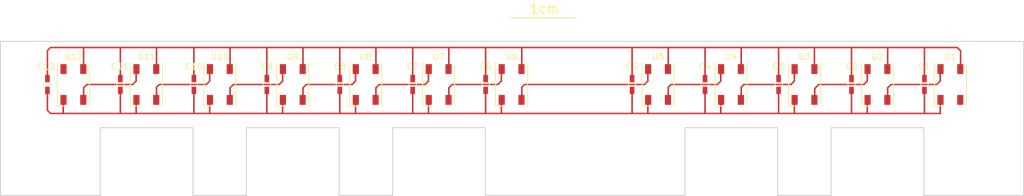
<source format=kicad_pcb>
(kicad_pcb (version 4) (host pcbnew no-vcs-found-product)

  (general
    (links 57)
    (no_connects 0)
    (area 34.024999 46.324999 199.725001 71.475001)
    (thickness 1.6)
    (drawings 39)
    (tracks 181)
    (zones 0)
    (modules 24)
    (nets 14)
  )

  (page A4)
  (layers
    (0 F.Cu signal)
    (31 B.Cu signal hide)
    (32 B.Adhes user hide)
    (33 F.Adhes user)
    (34 B.Paste user hide)
    (35 F.Paste user)
    (36 B.SilkS user hide)
    (37 F.SilkS user)
    (38 B.Mask user hide)
    (39 F.Mask user)
    (40 Dwgs.User user)
    (41 Cmts.User user)
    (42 Eco1.User user hide)
    (43 Eco2.User user hide)
    (44 Edge.Cuts user)
    (45 Margin user hide)
    (46 B.CrtYd user hide)
    (47 F.CrtYd user hide)
    (48 B.Fab user hide)
    (49 F.Fab user hide)
  )

  (setup
    (last_trace_width 0.25)
    (trace_clearance 0.2)
    (zone_clearance 0.508)
    (zone_45_only no)
    (trace_min 0.2)
    (segment_width 0.2)
    (edge_width 0.15)
    (via_size 0.6)
    (via_drill 0.4)
    (via_min_size 0.4)
    (via_min_drill 0.3)
    (uvia_size 0.3)
    (uvia_drill 0.1)
    (uvias_allowed no)
    (uvia_min_size 0.2)
    (uvia_min_drill 0.1)
    (pcb_text_width 0.3)
    (pcb_text_size 1.5 1.5)
    (mod_edge_width 0.15)
    (mod_text_size 1 1)
    (mod_text_width 0.15)
    (pad_size 1.524 1.524)
    (pad_drill 0.762)
    (pad_to_mask_clearance 0.2)
    (aux_axis_origin 0 0)
    (visible_elements FFFFFF7F)
    (pcbplotparams
      (layerselection 0x00030_80000001)
      (usegerberextensions false)
      (excludeedgelayer true)
      (linewidth 0.100000)
      (plotframeref false)
      (viasonmask false)
      (mode 1)
      (useauxorigin false)
      (hpglpennumber 1)
      (hpglpenspeed 20)
      (hpglpendiameter 15)
      (hpglpenoverlay 2)
      (psnegative false)
      (psa4output false)
      (plotreference true)
      (plotvalue true)
      (plotinvisibletext false)
      (padsonsilk false)
      (subtractmaskfromsilk false)
      (outputformat 1)
      (mirror false)
      (drillshape 1)
      (scaleselection 1)
      (outputdirectory ""))
  )

  (net 0 "")
  (net 1 /VDD)
  (net 2 GND)
  (net 3 "Net-(U1-Pad2)")
  (net 4 "Net-(U2-Pad2)")
  (net 5 "Net-(U3-Pad2)")
  (net 6 "Net-(U4-Pad2)")
  (net 7 "Net-(U5-Pad2)")
  (net 8 "Net-(U6-Pad2)")
  (net 9 "Net-(U7-Pad2)")
  (net 10 "Net-(U8-Pad2)")
  (net 11 "Net-(U10-Pad4)")
  (net 12 "Net-(U10-Pad2)")
  (net 13 "Net-(U11-Pad2)")

  (net_class Default "This is the default net class."
    (clearance 0.2)
    (trace_width 0.25)
    (via_dia 0.6)
    (via_drill 0.4)
    (uvia_dia 0.3)
    (uvia_drill 0.1)
    (add_net /VDD)
    (add_net GND)
    (add_net "Net-(U1-Pad2)")
    (add_net "Net-(U10-Pad2)")
    (add_net "Net-(U10-Pad4)")
    (add_net "Net-(U11-Pad2)")
    (add_net "Net-(U2-Pad2)")
    (add_net "Net-(U3-Pad2)")
    (add_net "Net-(U4-Pad2)")
    (add_net "Net-(U5-Pad2)")
    (add_net "Net-(U6-Pad2)")
    (add_net "Net-(U7-Pad2)")
    (add_net "Net-(U8-Pad2)")
  )

  (module Capacitors_SMD:C_0603_HandSoldering (layer F.Cu) (tedit 58456C5B) (tstamp 583C928B)
    (at 183.6 53.4 270)
    (descr "Capacitor SMD 0603, hand soldering")
    (tags "capacitor 0603")
    (path /583C94B6)
    (attr smd)
    (fp_text reference C1 (at -2.9 0 360) (layer F.SilkS)
      (effects (font (size 1 1) (thickness 0.15)))
    )
    (fp_text value 100nF (at 0 1.9 270) (layer F.Fab) hide
      (effects (font (size 1 1) (thickness 0.15)))
    )
    (fp_line (start -1.85 -0.75) (end 1.85 -0.75) (layer F.CrtYd) (width 0.05))
    (fp_line (start -1.85 0.75) (end 1.85 0.75) (layer F.CrtYd) (width 0.05))
    (fp_line (start -1.85 -0.75) (end -1.85 0.75) (layer F.CrtYd) (width 0.05))
    (fp_line (start 1.85 -0.75) (end 1.85 0.75) (layer F.CrtYd) (width 0.05))
    (fp_line (start -0.35 -0.6) (end 0.35 -0.6) (layer F.SilkS) (width 0.15))
    (fp_line (start 0.35 0.6) (end -0.35 0.6) (layer F.SilkS) (width 0.15))
    (pad 1 smd rect (at -0.95 0 270) (size 1.2 0.75) (layers F.Cu F.Paste F.Mask)
      (net 1 /VDD))
    (pad 2 smd rect (at 0.95 0 270) (size 1.2 0.75) (layers F.Cu F.Paste F.Mask)
      (net 2 GND))
    (model Capacitors_SMD.3dshapes/C_0603_HandSoldering.wrl
      (at (xyz 0 0 0))
      (scale (xyz 1 1 1))
      (rotate (xyz 0 0 0))
    )
  )

  (module Capacitors_SMD:C_0603_HandSoldering (layer F.Cu) (tedit 58456C62) (tstamp 583C9291)
    (at 171.8 53.4 270)
    (descr "Capacitor SMD 0603, hand soldering")
    (tags "capacitor 0603")
    (path /583C949E)
    (attr smd)
    (fp_text reference C2 (at -2.9 0 360) (layer F.SilkS)
      (effects (font (size 1 1) (thickness 0.15)))
    )
    (fp_text value 100nF (at 0 1.9 270) (layer F.Fab) hide
      (effects (font (size 1 1) (thickness 0.15)))
    )
    (fp_line (start -1.85 -0.75) (end 1.85 -0.75) (layer F.CrtYd) (width 0.05))
    (fp_line (start -1.85 0.75) (end 1.85 0.75) (layer F.CrtYd) (width 0.05))
    (fp_line (start -1.85 -0.75) (end -1.85 0.75) (layer F.CrtYd) (width 0.05))
    (fp_line (start 1.85 -0.75) (end 1.85 0.75) (layer F.CrtYd) (width 0.05))
    (fp_line (start -0.35 -0.6) (end 0.35 -0.6) (layer F.SilkS) (width 0.15))
    (fp_line (start 0.35 0.6) (end -0.35 0.6) (layer F.SilkS) (width 0.15))
    (pad 1 smd rect (at -0.95 0 270) (size 1.2 0.75) (layers F.Cu F.Paste F.Mask)
      (net 1 /VDD))
    (pad 2 smd rect (at 0.95 0 270) (size 1.2 0.75) (layers F.Cu F.Paste F.Mask)
      (net 2 GND))
    (model Capacitors_SMD.3dshapes/C_0603_HandSoldering.wrl
      (at (xyz 0 0 0))
      (scale (xyz 1 1 1))
      (rotate (xyz 0 0 0))
    )
  )

  (module Capacitors_SMD:C_0603_HandSoldering (layer F.Cu) (tedit 58456C6F) (tstamp 583C9297)
    (at 160 53.4 270)
    (descr "Capacitor SMD 0603, hand soldering")
    (tags "capacitor 0603")
    (path /583C9488)
    (attr smd)
    (fp_text reference C3 (at -2.9 0 360) (layer F.SilkS)
      (effects (font (size 1 1) (thickness 0.15)))
    )
    (fp_text value 100nF (at 0 1.9 270) (layer F.Fab) hide
      (effects (font (size 1 1) (thickness 0.15)))
    )
    (fp_line (start -1.85 -0.75) (end 1.85 -0.75) (layer F.CrtYd) (width 0.05))
    (fp_line (start -1.85 0.75) (end 1.85 0.75) (layer F.CrtYd) (width 0.05))
    (fp_line (start -1.85 -0.75) (end -1.85 0.75) (layer F.CrtYd) (width 0.05))
    (fp_line (start 1.85 -0.75) (end 1.85 0.75) (layer F.CrtYd) (width 0.05))
    (fp_line (start -0.35 -0.6) (end 0.35 -0.6) (layer F.SilkS) (width 0.15))
    (fp_line (start 0.35 0.6) (end -0.35 0.6) (layer F.SilkS) (width 0.15))
    (pad 1 smd rect (at -0.95 0 270) (size 1.2 0.75) (layers F.Cu F.Paste F.Mask)
      (net 1 /VDD))
    (pad 2 smd rect (at 0.95 0 270) (size 1.2 0.75) (layers F.Cu F.Paste F.Mask)
      (net 2 GND))
    (model Capacitors_SMD.3dshapes/C_0603_HandSoldering.wrl
      (at (xyz 0 0 0))
      (scale (xyz 1 1 1))
      (rotate (xyz 0 0 0))
    )
  )

  (module Capacitors_SMD:C_0603_HandSoldering (layer F.Cu) (tedit 58456C6C) (tstamp 583C929D)
    (at 148.1 53.4 270)
    (descr "Capacitor SMD 0603, hand soldering")
    (tags "capacitor 0603")
    (path /583C9474)
    (attr smd)
    (fp_text reference C4 (at -2.9 0 360) (layer F.SilkS)
      (effects (font (size 1 1) (thickness 0.15)))
    )
    (fp_text value 100nF (at 0 1.9 270) (layer F.Fab) hide
      (effects (font (size 1 1) (thickness 0.15)))
    )
    (fp_line (start -1.85 -0.75) (end 1.85 -0.75) (layer F.CrtYd) (width 0.05))
    (fp_line (start -1.85 0.75) (end 1.85 0.75) (layer F.CrtYd) (width 0.05))
    (fp_line (start -1.85 -0.75) (end -1.85 0.75) (layer F.CrtYd) (width 0.05))
    (fp_line (start 1.85 -0.75) (end 1.85 0.75) (layer F.CrtYd) (width 0.05))
    (fp_line (start -0.35 -0.6) (end 0.35 -0.6) (layer F.SilkS) (width 0.15))
    (fp_line (start 0.35 0.6) (end -0.35 0.6) (layer F.SilkS) (width 0.15))
    (pad 1 smd rect (at -0.95 0 270) (size 1.2 0.75) (layers F.Cu F.Paste F.Mask)
      (net 1 /VDD))
    (pad 2 smd rect (at 0.95 0 270) (size 1.2 0.75) (layers F.Cu F.Paste F.Mask)
      (net 2 GND))
    (model Capacitors_SMD.3dshapes/C_0603_HandSoldering.wrl
      (at (xyz 0 0 0))
      (scale (xyz 1 1 1))
      (rotate (xyz 0 0 0))
    )
  )

  (module Capacitors_SMD:C_0603_HandSoldering (layer F.Cu) (tedit 58456C69) (tstamp 583C92A3)
    (at 136.3 53.4 270)
    (descr "Capacitor SMD 0603, hand soldering")
    (tags "capacitor 0603")
    (path /583C9467)
    (attr smd)
    (fp_text reference C5 (at -2.9 0 360) (layer F.SilkS)
      (effects (font (size 1 1) (thickness 0.15)))
    )
    (fp_text value 100nF (at 0 1.9 270) (layer F.Fab) hide
      (effects (font (size 1 1) (thickness 0.15)))
    )
    (fp_line (start -1.85 -0.75) (end 1.85 -0.75) (layer F.CrtYd) (width 0.05))
    (fp_line (start -1.85 0.75) (end 1.85 0.75) (layer F.CrtYd) (width 0.05))
    (fp_line (start -1.85 -0.75) (end -1.85 0.75) (layer F.CrtYd) (width 0.05))
    (fp_line (start 1.85 -0.75) (end 1.85 0.75) (layer F.CrtYd) (width 0.05))
    (fp_line (start -0.35 -0.6) (end 0.35 -0.6) (layer F.SilkS) (width 0.15))
    (fp_line (start 0.35 0.6) (end -0.35 0.6) (layer F.SilkS) (width 0.15))
    (pad 1 smd rect (at -0.95 0 270) (size 1.2 0.75) (layers F.Cu F.Paste F.Mask)
      (net 1 /VDD))
    (pad 2 smd rect (at 0.95 0 270) (size 1.2 0.75) (layers F.Cu F.Paste F.Mask)
      (net 2 GND))
    (model Capacitors_SMD.3dshapes/C_0603_HandSoldering.wrl
      (at (xyz 0 0 0))
      (scale (xyz 1 1 1))
      (rotate (xyz 0 0 0))
    )
  )

  (module Capacitors_SMD:C_0603_HandSoldering (layer F.Cu) (tedit 58456C08) (tstamp 583C92A9)
    (at 112.6 53.4 270)
    (descr "Capacitor SMD 0603, hand soldering")
    (tags "capacitor 0603")
    (path /583C942B)
    (attr smd)
    (fp_text reference C6 (at -2.9 0 360) (layer F.SilkS)
      (effects (font (size 1 1) (thickness 0.15)))
    )
    (fp_text value 100nF (at 0 1.9 270) (layer F.Fab) hide
      (effects (font (size 1 1) (thickness 0.15)))
    )
    (fp_line (start -1.85 -0.75) (end 1.85 -0.75) (layer F.CrtYd) (width 0.05))
    (fp_line (start -1.85 0.75) (end 1.85 0.75) (layer F.CrtYd) (width 0.05))
    (fp_line (start -1.85 -0.75) (end -1.85 0.75) (layer F.CrtYd) (width 0.05))
    (fp_line (start 1.85 -0.75) (end 1.85 0.75) (layer F.CrtYd) (width 0.05))
    (fp_line (start -0.35 -0.6) (end 0.35 -0.6) (layer F.SilkS) (width 0.15))
    (fp_line (start 0.35 0.6) (end -0.35 0.6) (layer F.SilkS) (width 0.15))
    (pad 1 smd rect (at -0.95 0 270) (size 1.2 0.75) (layers F.Cu F.Paste F.Mask)
      (net 1 /VDD))
    (pad 2 smd rect (at 0.95 0 270) (size 1.2 0.75) (layers F.Cu F.Paste F.Mask)
      (net 2 GND))
    (model Capacitors_SMD.3dshapes/C_0603_HandSoldering.wrl
      (at (xyz 0 0 0))
      (scale (xyz 1 1 1))
      (rotate (xyz 0 0 0))
    )
  )

  (module Capacitors_SMD:C_0603_HandSoldering (layer F.Cu) (tedit 58456BFD) (tstamp 583C92AF)
    (at 100.8 53.4 270)
    (descr "Capacitor SMD 0603, hand soldering")
    (tags "capacitor 0603")
    (path /583C74B4)
    (attr smd)
    (fp_text reference C7 (at -2.9 0 360) (layer F.SilkS)
      (effects (font (size 1 1) (thickness 0.15)))
    )
    (fp_text value 100nF (at 0 1.9 270) (layer F.Fab) hide
      (effects (font (size 1 1) (thickness 0.15)))
    )
    (fp_line (start -1.85 -0.75) (end 1.85 -0.75) (layer F.CrtYd) (width 0.05))
    (fp_line (start -1.85 0.75) (end 1.85 0.75) (layer F.CrtYd) (width 0.05))
    (fp_line (start -1.85 -0.75) (end -1.85 0.75) (layer F.CrtYd) (width 0.05))
    (fp_line (start 1.85 -0.75) (end 1.85 0.75) (layer F.CrtYd) (width 0.05))
    (fp_line (start -0.35 -0.6) (end 0.35 -0.6) (layer F.SilkS) (width 0.15))
    (fp_line (start 0.35 0.6) (end -0.35 0.6) (layer F.SilkS) (width 0.15))
    (pad 1 smd rect (at -0.95 0 270) (size 1.2 0.75) (layers F.Cu F.Paste F.Mask)
      (net 1 /VDD))
    (pad 2 smd rect (at 0.95 0 270) (size 1.2 0.75) (layers F.Cu F.Paste F.Mask)
      (net 2 GND))
    (model Capacitors_SMD.3dshapes/C_0603_HandSoldering.wrl
      (at (xyz 0 0 0))
      (scale (xyz 1 1 1))
      (rotate (xyz 0 0 0))
    )
  )

  (module Capacitors_SMD:C_0603_HandSoldering (layer F.Cu) (tedit 58456BE0) (tstamp 583C92B5)
    (at 89 53.4 270)
    (descr "Capacitor SMD 0603, hand soldering")
    (tags "capacitor 0603")
    (path /583C734F)
    (attr smd)
    (fp_text reference C8 (at -2.9 0 360) (layer F.SilkS)
      (effects (font (size 1 1) (thickness 0.15)))
    )
    (fp_text value 100nF (at 0 1.9 270) (layer F.Fab) hide
      (effects (font (size 1 1) (thickness 0.15)))
    )
    (fp_line (start -1.85 -0.75) (end 1.85 -0.75) (layer F.CrtYd) (width 0.05))
    (fp_line (start -1.85 0.75) (end 1.85 0.75) (layer F.CrtYd) (width 0.05))
    (fp_line (start -1.85 -0.75) (end -1.85 0.75) (layer F.CrtYd) (width 0.05))
    (fp_line (start 1.85 -0.75) (end 1.85 0.75) (layer F.CrtYd) (width 0.05))
    (fp_line (start -0.35 -0.6) (end 0.35 -0.6) (layer F.SilkS) (width 0.15))
    (fp_line (start 0.35 0.6) (end -0.35 0.6) (layer F.SilkS) (width 0.15))
    (pad 1 smd rect (at -0.95 0 270) (size 1.2 0.75) (layers F.Cu F.Paste F.Mask)
      (net 1 /VDD))
    (pad 2 smd rect (at 0.95 0 270) (size 1.2 0.75) (layers F.Cu F.Paste F.Mask)
      (net 2 GND))
    (model Capacitors_SMD.3dshapes/C_0603_HandSoldering.wrl
      (at (xyz 0 0 0))
      (scale (xyz 1 1 1))
      (rotate (xyz 0 0 0))
    )
  )

  (module Capacitors_SMD:C_0603_HandSoldering (layer F.Cu) (tedit 58456BCF) (tstamp 583C92BB)
    (at 77.2 53.4 270)
    (descr "Capacitor SMD 0603, hand soldering")
    (tags "capacitor 0603")
    (path /583C704C)
    (attr smd)
    (fp_text reference C9 (at -2.9 0 360) (layer F.SilkS)
      (effects (font (size 1 1) (thickness 0.15)))
    )
    (fp_text value 100nF (at 0 1.9 270) (layer F.Fab) hide
      (effects (font (size 1 1) (thickness 0.15)))
    )
    (fp_line (start -1.85 -0.75) (end 1.85 -0.75) (layer F.CrtYd) (width 0.05))
    (fp_line (start -1.85 0.75) (end 1.85 0.75) (layer F.CrtYd) (width 0.05))
    (fp_line (start -1.85 -0.75) (end -1.85 0.75) (layer F.CrtYd) (width 0.05))
    (fp_line (start 1.85 -0.75) (end 1.85 0.75) (layer F.CrtYd) (width 0.05))
    (fp_line (start -0.35 -0.6) (end 0.35 -0.6) (layer F.SilkS) (width 0.15))
    (fp_line (start 0.35 0.6) (end -0.35 0.6) (layer F.SilkS) (width 0.15))
    (pad 1 smd rect (at -0.95 0 270) (size 1.2 0.75) (layers F.Cu F.Paste F.Mask)
      (net 1 /VDD))
    (pad 2 smd rect (at 0.95 0 270) (size 1.2 0.75) (layers F.Cu F.Paste F.Mask)
      (net 2 GND))
    (model Capacitors_SMD.3dshapes/C_0603_HandSoldering.wrl
      (at (xyz 0 0 0))
      (scale (xyz 1 1 1))
      (rotate (xyz 0 0 0))
    )
  )

  (module Capacitors_SMD:C_0603_HandSoldering (layer F.Cu) (tedit 58456B85) (tstamp 583C92C1)
    (at 65.4 53.4 270)
    (descr "Capacitor SMD 0603, hand soldering")
    (tags "capacitor 0603")
    (path /583C6AE5)
    (attr smd)
    (fp_text reference C10 (at -2.9 0 360) (layer F.SilkS)
      (effects (font (size 1 1) (thickness 0.15)))
    )
    (fp_text value 100nF (at 0 1.9 270) (layer F.Fab) hide
      (effects (font (size 1 1) (thickness 0.15)))
    )
    (fp_line (start -1.85 -0.75) (end 1.85 -0.75) (layer F.CrtYd) (width 0.05))
    (fp_line (start -1.85 0.75) (end 1.85 0.75) (layer F.CrtYd) (width 0.05))
    (fp_line (start -1.85 -0.75) (end -1.85 0.75) (layer F.CrtYd) (width 0.05))
    (fp_line (start 1.85 -0.75) (end 1.85 0.75) (layer F.CrtYd) (width 0.05))
    (fp_line (start -0.35 -0.6) (end 0.35 -0.6) (layer F.SilkS) (width 0.15))
    (fp_line (start 0.35 0.6) (end -0.35 0.6) (layer F.SilkS) (width 0.15))
    (pad 1 smd rect (at -0.95 0 270) (size 1.2 0.75) (layers F.Cu F.Paste F.Mask)
      (net 1 /VDD))
    (pad 2 smd rect (at 0.95 0 270) (size 1.2 0.75) (layers F.Cu F.Paste F.Mask)
      (net 2 GND))
    (model Capacitors_SMD.3dshapes/C_0603_HandSoldering.wrl
      (at (xyz 0 0 0))
      (scale (xyz 1 1 1))
      (rotate (xyz 0 0 0))
    )
  )

  (module Capacitors_SMD:C_0603_HandSoldering (layer F.Cu) (tedit 58456B43) (tstamp 583C92C7)
    (at 53.5 53.4 270)
    (descr "Capacitor SMD 0603, hand soldering")
    (tags "capacitor 0603")
    (path /583C67A5)
    (attr smd)
    (fp_text reference C11 (at -2.9 0.1 360) (layer F.SilkS)
      (effects (font (size 1 1) (thickness 0.15)))
    )
    (fp_text value 100nF (at 0 1.9 270) (layer F.Fab) hide
      (effects (font (size 1 1) (thickness 0.15)))
    )
    (fp_line (start -1.85 -0.75) (end 1.85 -0.75) (layer F.CrtYd) (width 0.05))
    (fp_line (start -1.85 0.75) (end 1.85 0.75) (layer F.CrtYd) (width 0.05))
    (fp_line (start -1.85 -0.75) (end -1.85 0.75) (layer F.CrtYd) (width 0.05))
    (fp_line (start 1.85 -0.75) (end 1.85 0.75) (layer F.CrtYd) (width 0.05))
    (fp_line (start -0.35 -0.6) (end 0.35 -0.6) (layer F.SilkS) (width 0.15))
    (fp_line (start 0.35 0.6) (end -0.35 0.6) (layer F.SilkS) (width 0.15))
    (pad 1 smd rect (at -0.95 0 270) (size 1.2 0.75) (layers F.Cu F.Paste F.Mask)
      (net 1 /VDD))
    (pad 2 smd rect (at 0.95 0 270) (size 1.2 0.75) (layers F.Cu F.Paste F.Mask)
      (net 2 GND))
    (model Capacitors_SMD.3dshapes/C_0603_HandSoldering.wrl
      (at (xyz 0 0 0))
      (scale (xyz 1 1 1))
      (rotate (xyz 0 0 0))
    )
  )

  (module Capacitors_SMD:C_0603_HandSoldering (layer F.Cu) (tedit 58456AAB) (tstamp 583C92CD)
    (at 41.7 53.4 270)
    (descr "Capacitor SMD 0603, hand soldering")
    (tags "capacitor 0603")
    (path /583C56A6)
    (attr smd)
    (fp_text reference C12 (at -2.9 0.2 360) (layer F.SilkS)
      (effects (font (size 1 1) (thickness 0.15)))
    )
    (fp_text value 100nF (at 0 1.9 270) (layer F.Fab) hide
      (effects (font (size 1 1) (thickness 0.15)))
    )
    (fp_line (start -1.85 -0.75) (end 1.85 -0.75) (layer F.CrtYd) (width 0.05))
    (fp_line (start -1.85 0.75) (end 1.85 0.75) (layer F.CrtYd) (width 0.05))
    (fp_line (start -1.85 -0.75) (end -1.85 0.75) (layer F.CrtYd) (width 0.05))
    (fp_line (start 1.85 -0.75) (end 1.85 0.75) (layer F.CrtYd) (width 0.05))
    (fp_line (start -0.35 -0.6) (end 0.35 -0.6) (layer F.SilkS) (width 0.15))
    (fp_line (start 0.35 0.6) (end -0.35 0.6) (layer F.SilkS) (width 0.15))
    (pad 1 smd rect (at -0.95 0 270) (size 1.2 0.75) (layers F.Cu F.Paste F.Mask)
      (net 1 /VDD))
    (pad 2 smd rect (at 0.95 0 270) (size 1.2 0.75) (layers F.Cu F.Paste F.Mask)
      (net 2 GND))
    (model Capacitors_SMD.3dshapes/C_0603_HandSoldering.wrl
      (at (xyz 0 0 0))
      (scale (xyz 1 1 1))
      (rotate (xyz 0 0 0))
    )
  )

  (module LEDs:LED_WS2812B-PLCC4 (layer F.Cu) (tedit 58456ACC) (tstamp 583C94B9)
    (at 45.9 53.4 270)
    (descr http://www.world-semi.com/uploads/soft/150522/1-150522091P5.pdf)
    (tags "LED NeoPixel")
    (path /583C5E4C)
    (attr smd)
    (fp_text reference U12 (at -4.5 0 360) (layer F.SilkS)
      (effects (font (size 1 1) (thickness 0.15)))
    )
    (fp_text value WS8212B (at -4.6 0.3 360) (layer F.Fab) hide
      (effects (font (size 1 1) (thickness 0.15)))
    )
    (fp_line (start 3.75 -2.85) (end -3.75 -2.85) (layer F.CrtYd) (width 0.05))
    (fp_line (start 3.75 2.85) (end 3.75 -2.85) (layer F.CrtYd) (width 0.05))
    (fp_line (start -3.75 2.85) (end 3.75 2.85) (layer F.CrtYd) (width 0.05))
    (fp_line (start -3.75 -2.85) (end -3.75 2.85) (layer F.CrtYd) (width 0.05))
    (fp_line (start 2.5 1.5) (end 1.5 2.5) (layer Dwgs.User) (width 0.1))
    (fp_line (start -2.5 -2.5) (end -2.5 2.5) (layer Dwgs.User) (width 0.1))
    (fp_line (start -2.5 2.5) (end 2.5 2.5) (layer Dwgs.User) (width 0.1))
    (fp_line (start 2.5 2.5) (end 2.5 -2.5) (layer Dwgs.User) (width 0.1))
    (fp_line (start 2.5 -2.5) (end -2.5 -2.5) (layer Dwgs.User) (width 0.1))
    (fp_line (start -3.5 -2.6) (end 3.5 -2.6) (layer F.SilkS) (width 0.15))
    (fp_line (start -3.5 2.6) (end 3.5 2.6) (layer F.SilkS) (width 0.15))
    (fp_line (start 3.5 2.6) (end 3.5 1.6) (layer F.SilkS) (width 0.15))
    (fp_circle (center 0 0) (end 0 -2) (layer Dwgs.User) (width 0.1))
    (pad 3 smd rect (at 2.5 1.6 270) (size 1.6 1) (layers F.Cu F.Paste F.Mask)
      (net 2 GND))
    (pad 4 smd rect (at 2.5 -1.6 270) (size 1.6 1) (layers F.Cu F.Paste F.Mask)
      (net 13 "Net-(U11-Pad2)"))
    (pad 2 smd rect (at -2.5 1.6 270) (size 1.6 1) (layers F.Cu F.Paste F.Mask))
    (pad 1 smd rect (at -2.5 -1.6 270) (size 1.6 1) (layers F.Cu F.Paste F.Mask)
      (net 1 /VDD))
    (model LEDs.3dshapes/LED_WS2812B-PLCC4.wrl
      (at (xyz 0 0 0.004))
      (scale (xyz 0.385 0.385 0.385))
      (rotate (xyz 0 0 180))
    )
  )

  (module LEDs:LED_WS2812B-PLCC4 (layer F.Cu) (tedit 58456C5F) (tstamp 584571EF)
    (at 187.8 53.4 270)
    (descr http://www.world-semi.com/uploads/soft/150522/1-150522091P5.pdf)
    (tags "LED NeoPixel")
    (path /583C94AD)
    (attr smd)
    (fp_text reference U1 (at -4.5 0 360) (layer F.SilkS)
      (effects (font (size 1 1) (thickness 0.15)))
    )
    (fp_text value WS8212B (at 0 4 270) (layer F.Fab) hide
      (effects (font (size 1 1) (thickness 0.15)))
    )
    (fp_line (start 3.75 -2.85) (end -3.75 -2.85) (layer F.CrtYd) (width 0.05))
    (fp_line (start 3.75 2.85) (end 3.75 -2.85) (layer F.CrtYd) (width 0.05))
    (fp_line (start -3.75 2.85) (end 3.75 2.85) (layer F.CrtYd) (width 0.05))
    (fp_line (start -3.75 -2.85) (end -3.75 2.85) (layer F.CrtYd) (width 0.05))
    (fp_line (start 2.5 1.5) (end 1.5 2.5) (layer Dwgs.User) (width 0.1))
    (fp_line (start -2.5 -2.5) (end -2.5 2.5) (layer Dwgs.User) (width 0.1))
    (fp_line (start -2.5 2.5) (end 2.5 2.5) (layer Dwgs.User) (width 0.1))
    (fp_line (start 2.5 2.5) (end 2.5 -2.5) (layer Dwgs.User) (width 0.1))
    (fp_line (start 2.5 -2.5) (end -2.5 -2.5) (layer Dwgs.User) (width 0.1))
    (fp_line (start -3.5 -2.6) (end 3.5 -2.6) (layer F.SilkS) (width 0.15))
    (fp_line (start -3.5 2.6) (end 3.5 2.6) (layer F.SilkS) (width 0.15))
    (fp_line (start 3.5 2.6) (end 3.5 1.6) (layer F.SilkS) (width 0.15))
    (fp_circle (center 0 0) (end 0 -2) (layer Dwgs.User) (width 0.1))
    (pad 3 smd rect (at 2.5 1.6 270) (size 1.6 1) (layers F.Cu F.Paste F.Mask)
      (net 2 GND))
    (pad 4 smd rect (at 2.5 -1.6 270) (size 1.6 1) (layers F.Cu F.Paste F.Mask))
    (pad 2 smd rect (at -2.5 1.6 270) (size 1.6 1) (layers F.Cu F.Paste F.Mask)
      (net 3 "Net-(U1-Pad2)"))
    (pad 1 smd rect (at -2.5 -1.6 270) (size 1.6 1) (layers F.Cu F.Paste F.Mask)
      (net 1 /VDD))
    (model LEDs.3dshapes/LED_WS2812B-PLCC4.wrl
      (at (xyz 0 0 0.004))
      (scale (xyz 0.385 0.385 0.385))
      (rotate (xyz 0 0 180))
    )
  )

  (module LEDs:LED_WS2812B-PLCC4 (layer F.Cu) (tedit 58456C64) (tstamp 58457203)
    (at 176 53.4 270)
    (descr http://www.world-semi.com/uploads/soft/150522/1-150522091P5.pdf)
    (tags "LED NeoPixel")
    (path /583C9495)
    (attr smd)
    (fp_text reference U2 (at -4.5 0 360) (layer F.SilkS)
      (effects (font (size 1 1) (thickness 0.15)))
    )
    (fp_text value WS8212B (at 0 4 270) (layer F.Fab) hide
      (effects (font (size 1 1) (thickness 0.15)))
    )
    (fp_line (start 3.75 -2.85) (end -3.75 -2.85) (layer F.CrtYd) (width 0.05))
    (fp_line (start 3.75 2.85) (end 3.75 -2.85) (layer F.CrtYd) (width 0.05))
    (fp_line (start -3.75 2.85) (end 3.75 2.85) (layer F.CrtYd) (width 0.05))
    (fp_line (start -3.75 -2.85) (end -3.75 2.85) (layer F.CrtYd) (width 0.05))
    (fp_line (start 2.5 1.5) (end 1.5 2.5) (layer Dwgs.User) (width 0.1))
    (fp_line (start -2.5 -2.5) (end -2.5 2.5) (layer Dwgs.User) (width 0.1))
    (fp_line (start -2.5 2.5) (end 2.5 2.5) (layer Dwgs.User) (width 0.1))
    (fp_line (start 2.5 2.5) (end 2.5 -2.5) (layer Dwgs.User) (width 0.1))
    (fp_line (start 2.5 -2.5) (end -2.5 -2.5) (layer Dwgs.User) (width 0.1))
    (fp_line (start -3.5 -2.6) (end 3.5 -2.6) (layer F.SilkS) (width 0.15))
    (fp_line (start -3.5 2.6) (end 3.5 2.6) (layer F.SilkS) (width 0.15))
    (fp_line (start 3.5 2.6) (end 3.5 1.6) (layer F.SilkS) (width 0.15))
    (fp_circle (center 0 0) (end 0 -2) (layer Dwgs.User) (width 0.1))
    (pad 3 smd rect (at 2.5 1.6 270) (size 1.6 1) (layers F.Cu F.Paste F.Mask)
      (net 2 GND))
    (pad 4 smd rect (at 2.5 -1.6 270) (size 1.6 1) (layers F.Cu F.Paste F.Mask)
      (net 3 "Net-(U1-Pad2)"))
    (pad 2 smd rect (at -2.5 1.6 270) (size 1.6 1) (layers F.Cu F.Paste F.Mask)
      (net 4 "Net-(U2-Pad2)"))
    (pad 1 smd rect (at -2.5 -1.6 270) (size 1.6 1) (layers F.Cu F.Paste F.Mask)
      (net 1 /VDD))
    (model LEDs.3dshapes/LED_WS2812B-PLCC4.wrl
      (at (xyz 0 0 0.004))
      (scale (xyz 0.385 0.385 0.385))
      (rotate (xyz 0 0 180))
    )
  )

  (module LEDs:LED_WS2812B-PLCC4 (layer F.Cu) (tedit 58456C7A) (tstamp 58457217)
    (at 164.2 53.4 270)
    (descr http://www.world-semi.com/uploads/soft/150522/1-150522091P5.pdf)
    (tags "LED NeoPixel")
    (path /583C9437)
    (attr smd)
    (fp_text reference U3 (at -4.5 0 360) (layer F.SilkS)
      (effects (font (size 1 1) (thickness 0.15)))
    )
    (fp_text value WS8212B (at 0 4 270) (layer F.Fab) hide
      (effects (font (size 1 1) (thickness 0.15)))
    )
    (fp_line (start 3.75 -2.85) (end -3.75 -2.85) (layer F.CrtYd) (width 0.05))
    (fp_line (start 3.75 2.85) (end 3.75 -2.85) (layer F.CrtYd) (width 0.05))
    (fp_line (start -3.75 2.85) (end 3.75 2.85) (layer F.CrtYd) (width 0.05))
    (fp_line (start -3.75 -2.85) (end -3.75 2.85) (layer F.CrtYd) (width 0.05))
    (fp_line (start 2.5 1.5) (end 1.5 2.5) (layer Dwgs.User) (width 0.1))
    (fp_line (start -2.5 -2.5) (end -2.5 2.5) (layer Dwgs.User) (width 0.1))
    (fp_line (start -2.5 2.5) (end 2.5 2.5) (layer Dwgs.User) (width 0.1))
    (fp_line (start 2.5 2.5) (end 2.5 -2.5) (layer Dwgs.User) (width 0.1))
    (fp_line (start 2.5 -2.5) (end -2.5 -2.5) (layer Dwgs.User) (width 0.1))
    (fp_line (start -3.5 -2.6) (end 3.5 -2.6) (layer F.SilkS) (width 0.15))
    (fp_line (start -3.5 2.6) (end 3.5 2.6) (layer F.SilkS) (width 0.15))
    (fp_line (start 3.5 2.6) (end 3.5 1.6) (layer F.SilkS) (width 0.15))
    (fp_circle (center 0 0) (end 0 -2) (layer Dwgs.User) (width 0.1))
    (pad 3 smd rect (at 2.5 1.6 270) (size 1.6 1) (layers F.Cu F.Paste F.Mask)
      (net 2 GND))
    (pad 4 smd rect (at 2.5 -1.6 270) (size 1.6 1) (layers F.Cu F.Paste F.Mask)
      (net 4 "Net-(U2-Pad2)"))
    (pad 2 smd rect (at -2.5 1.6 270) (size 1.6 1) (layers F.Cu F.Paste F.Mask)
      (net 5 "Net-(U3-Pad2)"))
    (pad 1 smd rect (at -2.5 -1.6 270) (size 1.6 1) (layers F.Cu F.Paste F.Mask)
      (net 1 /VDD))
    (model LEDs.3dshapes/LED_WS2812B-PLCC4.wrl
      (at (xyz 0 0 0.004))
      (scale (xyz 0.385 0.385 0.385))
      (rotate (xyz 0 0 180))
    )
  )

  (module LEDs:LED_WS2812B-PLCC4 (layer F.Cu) (tedit 58456C77) (tstamp 5845722B)
    (at 152.3 53.4 270)
    (descr http://www.world-semi.com/uploads/soft/150522/1-150522091P5.pdf)
    (tags "LED NeoPixel")
    (path /583C9431)
    (attr smd)
    (fp_text reference U4 (at -4.5 0 360) (layer F.SilkS)
      (effects (font (size 1 1) (thickness 0.15)))
    )
    (fp_text value WS8212B (at 0 4 270) (layer F.Fab) hide
      (effects (font (size 1 1) (thickness 0.15)))
    )
    (fp_line (start 3.75 -2.85) (end -3.75 -2.85) (layer F.CrtYd) (width 0.05))
    (fp_line (start 3.75 2.85) (end 3.75 -2.85) (layer F.CrtYd) (width 0.05))
    (fp_line (start -3.75 2.85) (end 3.75 2.85) (layer F.CrtYd) (width 0.05))
    (fp_line (start -3.75 -2.85) (end -3.75 2.85) (layer F.CrtYd) (width 0.05))
    (fp_line (start 2.5 1.5) (end 1.5 2.5) (layer Dwgs.User) (width 0.1))
    (fp_line (start -2.5 -2.5) (end -2.5 2.5) (layer Dwgs.User) (width 0.1))
    (fp_line (start -2.5 2.5) (end 2.5 2.5) (layer Dwgs.User) (width 0.1))
    (fp_line (start 2.5 2.5) (end 2.5 -2.5) (layer Dwgs.User) (width 0.1))
    (fp_line (start 2.5 -2.5) (end -2.5 -2.5) (layer Dwgs.User) (width 0.1))
    (fp_line (start -3.5 -2.6) (end 3.5 -2.6) (layer F.SilkS) (width 0.15))
    (fp_line (start -3.5 2.6) (end 3.5 2.6) (layer F.SilkS) (width 0.15))
    (fp_line (start 3.5 2.6) (end 3.5 1.6) (layer F.SilkS) (width 0.15))
    (fp_circle (center 0 0) (end 0 -2) (layer Dwgs.User) (width 0.1))
    (pad 3 smd rect (at 2.5 1.6 270) (size 1.6 1) (layers F.Cu F.Paste F.Mask)
      (net 2 GND))
    (pad 4 smd rect (at 2.5 -1.6 270) (size 1.6 1) (layers F.Cu F.Paste F.Mask)
      (net 5 "Net-(U3-Pad2)"))
    (pad 2 smd rect (at -2.5 1.6 270) (size 1.6 1) (layers F.Cu F.Paste F.Mask)
      (net 6 "Net-(U4-Pad2)"))
    (pad 1 smd rect (at -2.5 -1.6 270) (size 1.6 1) (layers F.Cu F.Paste F.Mask)
      (net 1 /VDD))
    (model LEDs.3dshapes/LED_WS2812B-PLCC4.wrl
      (at (xyz 0 0 0.004))
      (scale (xyz 0.385 0.385 0.385))
      (rotate (xyz 0 0 180))
    )
  )

  (module LEDs:LED_WS2812B-PLCC4 (layer F.Cu) (tedit 58456C74) (tstamp 5845723F)
    (at 140.5 53.4 270)
    (descr http://www.world-semi.com/uploads/soft/150522/1-150522091P5.pdf)
    (tags "LED NeoPixel")
    (path /583C9443)
    (attr smd)
    (fp_text reference U5 (at -4.5 0 360) (layer F.SilkS)
      (effects (font (size 1 1) (thickness 0.15)))
    )
    (fp_text value WS8212B (at 0 4 270) (layer F.Fab) hide
      (effects (font (size 1 1) (thickness 0.15)))
    )
    (fp_line (start 3.75 -2.85) (end -3.75 -2.85) (layer F.CrtYd) (width 0.05))
    (fp_line (start 3.75 2.85) (end 3.75 -2.85) (layer F.CrtYd) (width 0.05))
    (fp_line (start -3.75 2.85) (end 3.75 2.85) (layer F.CrtYd) (width 0.05))
    (fp_line (start -3.75 -2.85) (end -3.75 2.85) (layer F.CrtYd) (width 0.05))
    (fp_line (start 2.5 1.5) (end 1.5 2.5) (layer Dwgs.User) (width 0.1))
    (fp_line (start -2.5 -2.5) (end -2.5 2.5) (layer Dwgs.User) (width 0.1))
    (fp_line (start -2.5 2.5) (end 2.5 2.5) (layer Dwgs.User) (width 0.1))
    (fp_line (start 2.5 2.5) (end 2.5 -2.5) (layer Dwgs.User) (width 0.1))
    (fp_line (start 2.5 -2.5) (end -2.5 -2.5) (layer Dwgs.User) (width 0.1))
    (fp_line (start -3.5 -2.6) (end 3.5 -2.6) (layer F.SilkS) (width 0.15))
    (fp_line (start -3.5 2.6) (end 3.5 2.6) (layer F.SilkS) (width 0.15))
    (fp_line (start 3.5 2.6) (end 3.5 1.6) (layer F.SilkS) (width 0.15))
    (fp_circle (center 0 0) (end 0 -2) (layer Dwgs.User) (width 0.1))
    (pad 3 smd rect (at 2.5 1.6 270) (size 1.6 1) (layers F.Cu F.Paste F.Mask)
      (net 2 GND))
    (pad 4 smd rect (at 2.5 -1.6 270) (size 1.6 1) (layers F.Cu F.Paste F.Mask)
      (net 6 "Net-(U4-Pad2)"))
    (pad 2 smd rect (at -2.5 1.6 270) (size 1.6 1) (layers F.Cu F.Paste F.Mask)
      (net 7 "Net-(U5-Pad2)"))
    (pad 1 smd rect (at -2.5 -1.6 270) (size 1.6 1) (layers F.Cu F.Paste F.Mask)
      (net 1 /VDD))
    (model LEDs.3dshapes/LED_WS2812B-PLCC4.wrl
      (at (xyz 0 0 0.004))
      (scale (xyz 0.385 0.385 0.385))
      (rotate (xyz 0 0 180))
    )
  )

  (module LEDs:LED_WS2812B-PLCC4 (layer F.Cu) (tedit 58456C19) (tstamp 58457253)
    (at 116.8 53.4 270)
    (descr http://www.world-semi.com/uploads/soft/150522/1-150522091P5.pdf)
    (tags "LED NeoPixel")
    (path /583C943D)
    (attr smd)
    (fp_text reference U6 (at -4.5 0 360) (layer F.SilkS)
      (effects (font (size 1 1) (thickness 0.15)))
    )
    (fp_text value WS8212B (at 0 4 270) (layer F.Fab) hide
      (effects (font (size 1 1) (thickness 0.15)))
    )
    (fp_line (start 3.75 -2.85) (end -3.75 -2.85) (layer F.CrtYd) (width 0.05))
    (fp_line (start 3.75 2.85) (end 3.75 -2.85) (layer F.CrtYd) (width 0.05))
    (fp_line (start -3.75 2.85) (end 3.75 2.85) (layer F.CrtYd) (width 0.05))
    (fp_line (start -3.75 -2.85) (end -3.75 2.85) (layer F.CrtYd) (width 0.05))
    (fp_line (start 2.5 1.5) (end 1.5 2.5) (layer Dwgs.User) (width 0.1))
    (fp_line (start -2.5 -2.5) (end -2.5 2.5) (layer Dwgs.User) (width 0.1))
    (fp_line (start -2.5 2.5) (end 2.5 2.5) (layer Dwgs.User) (width 0.1))
    (fp_line (start 2.5 2.5) (end 2.5 -2.5) (layer Dwgs.User) (width 0.1))
    (fp_line (start 2.5 -2.5) (end -2.5 -2.5) (layer Dwgs.User) (width 0.1))
    (fp_line (start -3.5 -2.6) (end 3.5 -2.6) (layer F.SilkS) (width 0.15))
    (fp_line (start -3.5 2.6) (end 3.5 2.6) (layer F.SilkS) (width 0.15))
    (fp_line (start 3.5 2.6) (end 3.5 1.6) (layer F.SilkS) (width 0.15))
    (fp_circle (center 0 0) (end 0 -2) (layer Dwgs.User) (width 0.1))
    (pad 3 smd rect (at 2.5 1.6 270) (size 1.6 1) (layers F.Cu F.Paste F.Mask)
      (net 2 GND))
    (pad 4 smd rect (at 2.5 -1.6 270) (size 1.6 1) (layers F.Cu F.Paste F.Mask)
      (net 7 "Net-(U5-Pad2)"))
    (pad 2 smd rect (at -2.5 1.6 270) (size 1.6 1) (layers F.Cu F.Paste F.Mask)
      (net 8 "Net-(U6-Pad2)"))
    (pad 1 smd rect (at -2.5 -1.6 270) (size 1.6 1) (layers F.Cu F.Paste F.Mask)
      (net 1 /VDD))
    (model LEDs.3dshapes/LED_WS2812B-PLCC4.wrl
      (at (xyz 0 0 0.004))
      (scale (xyz 0.385 0.385 0.385))
      (rotate (xyz 0 0 180))
    )
  )

  (module LEDs:LED_WS2812B-PLCC4 (layer F.Cu) (tedit 58456C00) (tstamp 58457267)
    (at 105 53.4 270)
    (descr http://www.world-semi.com/uploads/soft/150522/1-150522091P5.pdf)
    (tags "LED NeoPixel")
    (path /583C74AB)
    (attr smd)
    (fp_text reference U7 (at -4.5 0 360) (layer F.SilkS)
      (effects (font (size 1 1) (thickness 0.15)))
    )
    (fp_text value WS8212B (at 0 4 270) (layer F.Fab) hide
      (effects (font (size 1 1) (thickness 0.15)))
    )
    (fp_line (start 3.75 -2.85) (end -3.75 -2.85) (layer F.CrtYd) (width 0.05))
    (fp_line (start 3.75 2.85) (end 3.75 -2.85) (layer F.CrtYd) (width 0.05))
    (fp_line (start -3.75 2.85) (end 3.75 2.85) (layer F.CrtYd) (width 0.05))
    (fp_line (start -3.75 -2.85) (end -3.75 2.85) (layer F.CrtYd) (width 0.05))
    (fp_line (start 2.5 1.5) (end 1.5 2.5) (layer Dwgs.User) (width 0.1))
    (fp_line (start -2.5 -2.5) (end -2.5 2.5) (layer Dwgs.User) (width 0.1))
    (fp_line (start -2.5 2.5) (end 2.5 2.5) (layer Dwgs.User) (width 0.1))
    (fp_line (start 2.5 2.5) (end 2.5 -2.5) (layer Dwgs.User) (width 0.1))
    (fp_line (start 2.5 -2.5) (end -2.5 -2.5) (layer Dwgs.User) (width 0.1))
    (fp_line (start -3.5 -2.6) (end 3.5 -2.6) (layer F.SilkS) (width 0.15))
    (fp_line (start -3.5 2.6) (end 3.5 2.6) (layer F.SilkS) (width 0.15))
    (fp_line (start 3.5 2.6) (end 3.5 1.6) (layer F.SilkS) (width 0.15))
    (fp_circle (center 0 0) (end 0 -2) (layer Dwgs.User) (width 0.1))
    (pad 3 smd rect (at 2.5 1.6 270) (size 1.6 1) (layers F.Cu F.Paste F.Mask)
      (net 2 GND))
    (pad 4 smd rect (at 2.5 -1.6 270) (size 1.6 1) (layers F.Cu F.Paste F.Mask)
      (net 8 "Net-(U6-Pad2)"))
    (pad 2 smd rect (at -2.5 1.6 270) (size 1.6 1) (layers F.Cu F.Paste F.Mask)
      (net 9 "Net-(U7-Pad2)"))
    (pad 1 smd rect (at -2.5 -1.6 270) (size 1.6 1) (layers F.Cu F.Paste F.Mask)
      (net 1 /VDD))
    (model LEDs.3dshapes/LED_WS2812B-PLCC4.wrl
      (at (xyz 0 0 0.004))
      (scale (xyz 0.385 0.385 0.385))
      (rotate (xyz 0 0 180))
    )
  )

  (module LEDs:LED_WS2812B-PLCC4 (layer F.Cu) (tedit 58456BEE) (tstamp 5845727B)
    (at 93.2 53.4 270)
    (descr http://www.world-semi.com/uploads/soft/150522/1-150522091P5.pdf)
    (tags "LED NeoPixel")
    (path /583C7345)
    (attr smd)
    (fp_text reference U8 (at -4.5 0 360) (layer F.SilkS)
      (effects (font (size 1 1) (thickness 0.15)))
    )
    (fp_text value WS8212B (at 0 4 270) (layer F.Fab) hide
      (effects (font (size 1 1) (thickness 0.15)))
    )
    (fp_line (start 3.75 -2.85) (end -3.75 -2.85) (layer F.CrtYd) (width 0.05))
    (fp_line (start 3.75 2.85) (end 3.75 -2.85) (layer F.CrtYd) (width 0.05))
    (fp_line (start -3.75 2.85) (end 3.75 2.85) (layer F.CrtYd) (width 0.05))
    (fp_line (start -3.75 -2.85) (end -3.75 2.85) (layer F.CrtYd) (width 0.05))
    (fp_line (start 2.5 1.5) (end 1.5 2.5) (layer Dwgs.User) (width 0.1))
    (fp_line (start -2.5 -2.5) (end -2.5 2.5) (layer Dwgs.User) (width 0.1))
    (fp_line (start -2.5 2.5) (end 2.5 2.5) (layer Dwgs.User) (width 0.1))
    (fp_line (start 2.5 2.5) (end 2.5 -2.5) (layer Dwgs.User) (width 0.1))
    (fp_line (start 2.5 -2.5) (end -2.5 -2.5) (layer Dwgs.User) (width 0.1))
    (fp_line (start -3.5 -2.6) (end 3.5 -2.6) (layer F.SilkS) (width 0.15))
    (fp_line (start -3.5 2.6) (end 3.5 2.6) (layer F.SilkS) (width 0.15))
    (fp_line (start 3.5 2.6) (end 3.5 1.6) (layer F.SilkS) (width 0.15))
    (fp_circle (center 0 0) (end 0 -2) (layer Dwgs.User) (width 0.1))
    (pad 3 smd rect (at 2.5 1.6 270) (size 1.6 1) (layers F.Cu F.Paste F.Mask)
      (net 2 GND))
    (pad 4 smd rect (at 2.5 -1.6 270) (size 1.6 1) (layers F.Cu F.Paste F.Mask)
      (net 9 "Net-(U7-Pad2)"))
    (pad 2 smd rect (at -2.5 1.6 270) (size 1.6 1) (layers F.Cu F.Paste F.Mask)
      (net 10 "Net-(U8-Pad2)"))
    (pad 1 smd rect (at -2.5 -1.6 270) (size 1.6 1) (layers F.Cu F.Paste F.Mask)
      (net 1 /VDD))
    (model LEDs.3dshapes/LED_WS2812B-PLCC4.wrl
      (at (xyz 0 0 0.004))
      (scale (xyz 0.385 0.385 0.385))
      (rotate (xyz 0 0 180))
    )
  )

  (module LEDs:LED_WS2812B-PLCC4 (layer F.Cu) (tedit 58456BCC) (tstamp 5845728F)
    (at 81.4 53.4 270)
    (descr http://www.world-semi.com/uploads/soft/150522/1-150522091P5.pdf)
    (tags "LED NeoPixel")
    (path /583C58E0)
    (attr smd)
    (fp_text reference U9 (at -4.5 0 360) (layer F.SilkS)
      (effects (font (size 1 1) (thickness 0.15)))
    )
    (fp_text value WS8212B (at 0 4 270) (layer F.Fab) hide
      (effects (font (size 1 1) (thickness 0.15)))
    )
    (fp_line (start 3.75 -2.85) (end -3.75 -2.85) (layer F.CrtYd) (width 0.05))
    (fp_line (start 3.75 2.85) (end 3.75 -2.85) (layer F.CrtYd) (width 0.05))
    (fp_line (start -3.75 2.85) (end 3.75 2.85) (layer F.CrtYd) (width 0.05))
    (fp_line (start -3.75 -2.85) (end -3.75 2.85) (layer F.CrtYd) (width 0.05))
    (fp_line (start 2.5 1.5) (end 1.5 2.5) (layer Dwgs.User) (width 0.1))
    (fp_line (start -2.5 -2.5) (end -2.5 2.5) (layer Dwgs.User) (width 0.1))
    (fp_line (start -2.5 2.5) (end 2.5 2.5) (layer Dwgs.User) (width 0.1))
    (fp_line (start 2.5 2.5) (end 2.5 -2.5) (layer Dwgs.User) (width 0.1))
    (fp_line (start 2.5 -2.5) (end -2.5 -2.5) (layer Dwgs.User) (width 0.1))
    (fp_line (start -3.5 -2.6) (end 3.5 -2.6) (layer F.SilkS) (width 0.15))
    (fp_line (start -3.5 2.6) (end 3.5 2.6) (layer F.SilkS) (width 0.15))
    (fp_line (start 3.5 2.6) (end 3.5 1.6) (layer F.SilkS) (width 0.15))
    (fp_circle (center 0 0) (end 0 -2) (layer Dwgs.User) (width 0.1))
    (pad 3 smd rect (at 2.5 1.6 270) (size 1.6 1) (layers F.Cu F.Paste F.Mask)
      (net 2 GND))
    (pad 4 smd rect (at 2.5 -1.6 270) (size 1.6 1) (layers F.Cu F.Paste F.Mask)
      (net 10 "Net-(U8-Pad2)"))
    (pad 2 smd rect (at -2.5 1.6 270) (size 1.6 1) (layers F.Cu F.Paste F.Mask)
      (net 11 "Net-(U10-Pad4)"))
    (pad 1 smd rect (at -2.5 -1.6 270) (size 1.6 1) (layers F.Cu F.Paste F.Mask)
      (net 1 /VDD))
    (model LEDs.3dshapes/LED_WS2812B-PLCC4.wrl
      (at (xyz 0 0 0.004))
      (scale (xyz 0.385 0.385 0.385))
      (rotate (xyz 0 0 180))
    )
  )

  (module LEDs:LED_WS2812B-PLCC4 (layer F.Cu) (tedit 58456BAF) (tstamp 584572A3)
    (at 69.6 53.4 270)
    (descr http://www.world-semi.com/uploads/soft/150522/1-150522091P5.pdf)
    (tags "LED NeoPixel")
    (path /583C589D)
    (attr smd)
    (fp_text reference U10 (at -4.5 0 360) (layer F.SilkS)
      (effects (font (size 1 1) (thickness 0.15)))
    )
    (fp_text value WS8212B (at 0 4 270) (layer F.Fab) hide
      (effects (font (size 1 1) (thickness 0.15)))
    )
    (fp_line (start 3.75 -2.85) (end -3.75 -2.85) (layer F.CrtYd) (width 0.05))
    (fp_line (start 3.75 2.85) (end 3.75 -2.85) (layer F.CrtYd) (width 0.05))
    (fp_line (start -3.75 2.85) (end 3.75 2.85) (layer F.CrtYd) (width 0.05))
    (fp_line (start -3.75 -2.85) (end -3.75 2.85) (layer F.CrtYd) (width 0.05))
    (fp_line (start 2.5 1.5) (end 1.5 2.5) (layer Dwgs.User) (width 0.1))
    (fp_line (start -2.5 -2.5) (end -2.5 2.5) (layer Dwgs.User) (width 0.1))
    (fp_line (start -2.5 2.5) (end 2.5 2.5) (layer Dwgs.User) (width 0.1))
    (fp_line (start 2.5 2.5) (end 2.5 -2.5) (layer Dwgs.User) (width 0.1))
    (fp_line (start 2.5 -2.5) (end -2.5 -2.5) (layer Dwgs.User) (width 0.1))
    (fp_line (start -3.5 -2.6) (end 3.5 -2.6) (layer F.SilkS) (width 0.15))
    (fp_line (start -3.5 2.6) (end 3.5 2.6) (layer F.SilkS) (width 0.15))
    (fp_line (start 3.5 2.6) (end 3.5 1.6) (layer F.SilkS) (width 0.15))
    (fp_circle (center 0 0) (end 0 -2) (layer Dwgs.User) (width 0.1))
    (pad 3 smd rect (at 2.5 1.6 270) (size 1.6 1) (layers F.Cu F.Paste F.Mask)
      (net 2 GND))
    (pad 4 smd rect (at 2.5 -1.6 270) (size 1.6 1) (layers F.Cu F.Paste F.Mask)
      (net 11 "Net-(U10-Pad4)"))
    (pad 2 smd rect (at -2.5 1.6 270) (size 1.6 1) (layers F.Cu F.Paste F.Mask)
      (net 12 "Net-(U10-Pad2)"))
    (pad 1 smd rect (at -2.5 -1.6 270) (size 1.6 1) (layers F.Cu F.Paste F.Mask)
      (net 1 /VDD))
    (model LEDs.3dshapes/LED_WS2812B-PLCC4.wrl
      (at (xyz 0 0 0.004))
      (scale (xyz 0.385 0.385 0.385))
      (rotate (xyz 0 0 180))
    )
  )

  (module LEDs:LED_WS2812B-PLCC4 (layer F.Cu) (tedit 58456B69) (tstamp 584572B7)
    (at 57.7 53.4 270)
    (descr http://www.world-semi.com/uploads/soft/150522/1-150522091P5.pdf)
    (tags "LED NeoPixel")
    (path /583C5E52)
    (attr smd)
    (fp_text reference U11 (at -4.5 0 360) (layer F.SilkS)
      (effects (font (size 1 1) (thickness 0.15)))
    )
    (fp_text value WS8212B (at 0 4 270) (layer F.Fab) hide
      (effects (font (size 1 1) (thickness 0.15)))
    )
    (fp_line (start 3.75 -2.85) (end -3.75 -2.85) (layer F.CrtYd) (width 0.05))
    (fp_line (start 3.75 2.85) (end 3.75 -2.85) (layer F.CrtYd) (width 0.05))
    (fp_line (start -3.75 2.85) (end 3.75 2.85) (layer F.CrtYd) (width 0.05))
    (fp_line (start -3.75 -2.85) (end -3.75 2.85) (layer F.CrtYd) (width 0.05))
    (fp_line (start 2.5 1.5) (end 1.5 2.5) (layer Dwgs.User) (width 0.1))
    (fp_line (start -2.5 -2.5) (end -2.5 2.5) (layer Dwgs.User) (width 0.1))
    (fp_line (start -2.5 2.5) (end 2.5 2.5) (layer Dwgs.User) (width 0.1))
    (fp_line (start 2.5 2.5) (end 2.5 -2.5) (layer Dwgs.User) (width 0.1))
    (fp_line (start 2.5 -2.5) (end -2.5 -2.5) (layer Dwgs.User) (width 0.1))
    (fp_line (start -3.5 -2.6) (end 3.5 -2.6) (layer F.SilkS) (width 0.15))
    (fp_line (start -3.5 2.6) (end 3.5 2.6) (layer F.SilkS) (width 0.15))
    (fp_line (start 3.5 2.6) (end 3.5 1.6) (layer F.SilkS) (width 0.15))
    (fp_circle (center 0 0) (end 0 -2) (layer Dwgs.User) (width 0.1))
    (pad 3 smd rect (at 2.5 1.6 270) (size 1.6 1) (layers F.Cu F.Paste F.Mask)
      (net 2 GND))
    (pad 4 smd rect (at 2.5 -1.6 270) (size 1.6 1) (layers F.Cu F.Paste F.Mask)
      (net 12 "Net-(U10-Pad2)"))
    (pad 2 smd rect (at -2.5 1.6 270) (size 1.6 1) (layers F.Cu F.Paste F.Mask)
      (net 13 "Net-(U11-Pad2)"))
    (pad 1 smd rect (at -2.5 -1.6 270) (size 1.6 1) (layers F.Cu F.Paste F.Mask)
      (net 1 /VDD))
    (model LEDs.3dshapes/LED_WS2812B-PLCC4.wrl
      (at (xyz 0 0 0.004))
      (scale (xyz 0.385 0.385 0.385))
      (rotate (xyz 0 0 180))
    )
  )

  (gr_line (start 34.1 71.4) (end 50.25 71.4) (angle 90) (layer Edge.Cuts) (width 0.15))
  (gr_line (start 187.8 53.4) (end 187.8 52.4) (angle 90) (layer Dwgs.User) (width 0.2))
  (gr_line (start 176 53.4) (end 176 52.4) (angle 90) (layer Dwgs.User) (width 0.2))
  (gr_line (start 164.2 53.4) (end 164.2 52.4) (angle 90) (layer Dwgs.User) (width 0.2))
  (gr_line (start 152.3 53.4) (end 152.3 52.4) (angle 90) (layer Dwgs.User) (width 0.2))
  (gr_line (start 140.5 53.4) (end 140.5 52.4) (angle 90) (layer Dwgs.User) (width 0.2))
  (gr_line (start 116.8 53.4) (end 116.8 52.4) (angle 90) (layer Dwgs.User) (width 0.2))
  (gr_line (start 105 53.4) (end 105 52.4) (angle 90) (layer Dwgs.User) (width 0.2))
  (gr_line (start 93.2 53.4) (end 93.2 52.4) (angle 90) (layer Dwgs.User) (width 0.2))
  (gr_line (start 81.4 53.4) (end 81.4 52.4) (angle 90) (layer Dwgs.User) (width 0.2))
  (gr_line (start 69.57 53.4) (end 69.57 52.4) (angle 90) (layer Dwgs.User) (width 0.2))
  (gr_line (start 45.92 53.4) (end 45.92 52.4) (angle 90) (layer Dwgs.User) (width 0.2))
  (gr_line (start 57.75 53.4) (end 57.75 52.4) (angle 90) (layer Dwgs.User) (width 0.2))
  (gr_line (start 34.2 53.4) (end 199.6 53.4) (angle 90) (layer Dwgs.User) (width 0.2))
  (gr_line (start 199.65 46.4) (end 34.1 46.4) (angle 90) (layer Edge.Cuts) (width 0.15))
  (gr_line (start 34.1 46.4) (end 34.1 71.4) (angle 90) (layer Edge.Cuts) (width 0.15))
  (gr_line (start 199.65 71.4) (end 199.65 46.4) (angle 90) (layer Edge.Cuts) (width 0.15))
  (gr_line (start 183.5 71.4) (end 199.65 71.4) (angle 90) (layer Edge.Cuts) (width 0.15))
  (gr_line (start 183.5 60.4) (end 183.5 71.4) (angle 90) (layer Edge.Cuts) (width 0.15))
  (gr_line (start 168.5 60.4) (end 183.5 60.4) (angle 90) (layer Edge.Cuts) (width 0.15))
  (gr_line (start 168.5 71.4) (end 168.5 60.4) (angle 90) (layer Edge.Cuts) (width 0.15))
  (gr_line (start 159.85 71.4) (end 168.5 71.4) (angle 90) (layer Edge.Cuts) (width 0.15))
  (gr_line (start 159.85 60.4) (end 159.85 71.4) (angle 90) (layer Edge.Cuts) (width 0.15))
  (gr_line (start 144.85 60.4) (end 159.85 60.4) (angle 90) (layer Edge.Cuts) (width 0.15))
  (gr_line (start 144.85 71.4) (end 144.85 60.4) (angle 90) (layer Edge.Cuts) (width 0.15))
  (gr_line (start 112.55 71.4) (end 144.85 71.4) (angle 90) (layer Edge.Cuts) (width 0.15))
  (gr_line (start 112.55 60.4) (end 112.55 71.4) (angle 90) (layer Edge.Cuts) (width 0.15))
  (gr_line (start 97.55 60.4) (end 112.55 60.4) (angle 90) (layer Edge.Cuts) (width 0.15))
  (gr_line (start 97.55 71.4) (end 97.55 60.4) (angle 90) (layer Edge.Cuts) (width 0.15))
  (gr_line (start 88.9 71.4) (end 97.55 71.4) (angle 90) (layer Edge.Cuts) (width 0.15))
  (gr_line (start 88.9 60.4) (end 88.9 71.4) (angle 90) (layer Edge.Cuts) (width 0.15))
  (gr_line (start 73.9 60.4) (end 88.9 60.4) (angle 90) (layer Edge.Cuts) (width 0.15))
  (gr_line (start 73.9 71.4) (end 73.9 60.4) (angle 90) (layer Edge.Cuts) (width 0.15))
  (gr_line (start 65.25 71.4) (end 73.9 71.4) (angle 90) (layer Edge.Cuts) (width 0.15))
  (gr_line (start 65.25 60.4) (end 65.25 71.4) (angle 90) (layer Edge.Cuts) (width 0.15))
  (gr_line (start 50.25 60.4) (end 65.25 60.4) (angle 90) (layer Edge.Cuts) (width 0.15))
  (gr_line (start 50.25 71.4) (end 50.25 60.4) (angle 90) (layer Edge.Cuts) (width 0.15))
  (gr_text 1cm (at 122.1 41.1) (layer F.SilkS)
    (effects (font (size 1.5 1.5) (thickness 0.3)))
  )
  (gr_line (start 116.6 42.6) (end 127.1 42.6) (angle 90) (layer F.SilkS) (width 0.2))

  (segment (start 77.2 52.45) (end 77.2 47.4) (width 0.25) (layer F.Cu) (net 1))
  (segment (start 65.4 52.45) (end 65.4 47.4) (width 0.25) (layer F.Cu) (net 1))
  (segment (start 89 52.45) (end 89 47.4) (width 0.25) (layer F.Cu) (net 1))
  (segment (start 100.8 52.45) (end 100.8 47.4) (width 0.25) (layer F.Cu) (net 1))
  (segment (start 112.6 52.45) (end 112.6 47.4) (width 0.25) (layer F.Cu) (net 1))
  (segment (start 112.6 47.4) (end 112.6 47.5) (width 0.25) (layer F.Cu) (net 1) (tstamp 58449FE0))
  (segment (start 112.6 47.5) (end 112.6 47.4) (width 0.25) (layer F.Cu) (net 1) (tstamp 58449FE4))
  (segment (start 136.3 52.45) (end 136.3 47.4) (width 0.25) (layer F.Cu) (net 1))
  (segment (start 148.1 52.45) (end 148.1 47.4) (width 0.25) (layer F.Cu) (net 1))
  (segment (start 160 52.45) (end 160 47.4) (width 0.25) (layer F.Cu) (net 1))
  (segment (start 171.8 52.45) (end 171.8 47.4) (width 0.25) (layer F.Cu) (net 1))
  (segment (start 183.6 52.45) (end 183.6 47.4) (width 0.25) (layer F.Cu) (net 1))
  (segment (start 65.4 47.4) (end 71.2 47.4) (width 0.25) (layer F.Cu) (net 1) (tstamp 58452450))
  (segment (start 71.2 47.4) (end 77.2 47.4) (width 0.25) (layer F.Cu) (net 1) (tstamp 58452448))
  (segment (start 77.2 47.4) (end 83.1 47.4) (width 0.25) (layer F.Cu) (net 1) (tstamp 584524E3))
  (segment (start 89 47.4) (end 94.8 47.4) (width 0.25) (layer F.Cu) (net 1) (tstamp 5845242C))
  (segment (start 94.8 47.4) (end 100.8 47.4) (width 0.25) (layer F.Cu) (net 1) (tstamp 584523D1))
  (segment (start 100.8 47.4) (end 106.7 47.4) (width 0.25) (layer F.Cu) (net 1) (tstamp 584523F9))
  (segment (start 112.6 47.4) (end 118.4 47.4) (width 0.25) (layer F.Cu) (net 1) (tstamp 58449FE5))
  (segment (start 148.1 47.4) (end 154 47.4) (width 0.25) (layer F.Cu) (net 1) (tstamp 58449EE5))
  (segment (start 160 47.4) (end 165.8 47.4) (width 0.25) (layer F.Cu) (net 1) (tstamp 58449ED6))
  (segment (start 171.8 47.4) (end 177.6 47.4) (width 0.25) (layer F.Cu) (net 1) (tstamp 58449EA1))
  (segment (start 183.6 47.4) (end 188.9 47.4) (width 0.25) (layer F.Cu) (net 1) (tstamp 58449E90))
  (segment (start 188.9 47.4) (end 189.45 47.95) (width 0.25) (layer F.Cu) (net 1) (tstamp 58449E4B))
  (segment (start 53.5 52.45) (end 53.5 47.4) (width 0.25) (layer F.Cu) (net 1))
  (segment (start 47.55 51) (end 47.55 47.4) (width 0.25) (layer F.Cu) (net 1))
  (segment (start 41.7 47.9) (end 42.2 47.4) (width 0.25) (layer F.Cu) (net 1) (tstamp 58449DED))
  (segment (start 41.7 47.9) (end 41.7 52.45) (width 0.25) (layer F.Cu) (net 1))
  (segment (start 59.35 51) (end 59.35 47.4) (width 0.25) (layer F.Cu) (net 1))
  (segment (start 59.35 47.4) (end 59.4 47.4) (width 0.25) (layer F.Cu) (net 1) (tstamp 58452452))
  (segment (start 53.5 47.4) (end 59.4 47.4) (width 0.25) (layer F.Cu) (net 1))
  (segment (start 59.4 47.4) (end 65.4 47.4) (width 0.25) (layer F.Cu) (net 1) (tstamp 58452456))
  (segment (start 53.5 47.4) (end 47.55 47.4) (width 0.25) (layer F.Cu) (net 1))
  (segment (start 42.2 47.4) (end 47.6 47.4) (width 0.25) (layer F.Cu) (net 1) (tstamp 58449E0C))
  (segment (start 47.55 47.4) (end 47.6 47.4) (width 0.25) (layer F.Cu) (net 1) (tstamp 58449E27))
  (segment (start 71.25 51) (end 71.25 47.4) (width 0.25) (layer F.Cu) (net 1))
  (segment (start 71.25 47.4) (end 71.2 47.4) (width 0.25) (layer F.Cu) (net 1) (tstamp 58452444))
  (segment (start 83.05 51) (end 83.05 47.4) (width 0.25) (layer F.Cu) (net 1))
  (segment (start 83.05 47.4) (end 83.1 47.4) (width 0.25) (layer F.Cu) (net 1) (tstamp 58452430))
  (segment (start 83.1 47.4) (end 89 47.4) (width 0.25) (layer F.Cu) (net 1) (tstamp 58452437))
  (segment (start 94.85 51) (end 94.85 47.4) (width 0.25) (layer F.Cu) (net 1))
  (segment (start 94.85 47.4) (end 94.8 47.4) (width 0.25) (layer F.Cu) (net 1) (tstamp 584523CB))
  (segment (start 106.65 51) (end 106.65 47.4) (width 0.25) (layer F.Cu) (net 1))
  (segment (start 106.65 47.4) (end 106.7 47.4) (width 0.25) (layer F.Cu) (net 1) (tstamp 584523C3))
  (segment (start 106.7 47.4) (end 112.6 47.4) (width 0.25) (layer F.Cu) (net 1) (tstamp 584523C8))
  (segment (start 118.45 51) (end 118.45 47.4) (width 0.25) (layer F.Cu) (net 1))
  (segment (start 118.45 47.4) (end 118.4 47.4) (width 0.25) (layer F.Cu) (net 1) (tstamp 58449FD7))
  (segment (start 118.4 47.4) (end 136.3 47.4) (width 0.25) (layer F.Cu) (net 1) (tstamp 58449FDE))
  (segment (start 142.15 51) (end 142.15 47.4) (width 0.25) (layer F.Cu) (net 1))
  (segment (start 142.15 47.4) (end 142.1 47.4) (width 0.25) (layer F.Cu) (net 1) (tstamp 58449EF4))
  (segment (start 136.3 47.4) (end 142.1 47.4) (width 0.25) (layer F.Cu) (net 1) (tstamp 58449EF2))
  (segment (start 142.1 47.4) (end 148.1 47.4) (width 0.25) (layer F.Cu) (net 1) (tstamp 58449EF9))
  (segment (start 153.95 51) (end 153.95 47.4) (width 0.25) (layer F.Cu) (net 1))
  (segment (start 153.95 47.4) (end 154 47.4) (width 0.25) (layer F.Cu) (net 1) (tstamp 58449EDB))
  (segment (start 154 47.4) (end 160 47.4) (width 0.25) (layer F.Cu) (net 1) (tstamp 58449EE0))
  (segment (start 165.8 47.4) (end 165.8 50.95) (width 0.25) (layer F.Cu) (net 1))
  (segment (start 165.8 50.95) (end 165.85 51) (width 0.25) (layer F.Cu) (net 1) (tstamp 58449EC9))
  (segment (start 165.8 47.4) (end 165.9 47.4) (width 0.25) (layer F.Cu) (net 1) (tstamp 58449EA8))
  (segment (start 165.9 47.4) (end 171.8 47.4) (width 0.25) (layer F.Cu) (net 1) (tstamp 58449EBB))
  (segment (start 177.65 51) (end 177.65 47.4) (width 0.25) (layer F.Cu) (net 1))
  (segment (start 177.65 47.4) (end 177.6 47.4) (width 0.25) (layer F.Cu) (net 1) (tstamp 58449E93))
  (segment (start 177.6 47.4) (end 183.6 47.4) (width 0.25) (layer F.Cu) (net 1) (tstamp 58449E98))
  (segment (start 189.45 47.95) (end 189.45 51) (width 0.25) (layer F.Cu) (net 1) (tstamp 58449E6E))
  (segment (start 186.15 58.05) (end 186.15 55.8) (width 0.25) (layer F.Cu) (net 2) (tstamp 58449F88))
  (segment (start 186.2 58.1) (end 186.15 58.05) (width 0.25) (layer F.Cu) (net 2) (tstamp 58449F7C))
  (segment (start 174.35 55.8) (end 174.35 58.1) (width 0.25) (layer F.Cu) (net 2))
  (segment (start 174.35 58.1) (end 174.4 58.1) (width 0.25) (layer F.Cu) (net 2) (tstamp 58449F8F))
  (segment (start 162.55 55.8) (end 162.55 58.1) (width 0.25) (layer F.Cu) (net 2))
  (segment (start 162.55 58.1) (end 162.5 58.1) (width 0.25) (layer F.Cu) (net 2) (tstamp 58449F9E))
  (segment (start 162.5 58.1) (end 171.8 58.1) (width 0.25) (layer F.Cu) (net 2) (tstamp 58449FA3))
  (segment (start 150.65 55.8) (end 150.65 58.1) (width 0.25) (layer F.Cu) (net 2))
  (segment (start 150.65 58.1) (end 150.6 58.1) (width 0.25) (layer F.Cu) (net 2) (tstamp 58449FAC))
  (segment (start 150.6 58.1) (end 160 58.1) (width 0.25) (layer F.Cu) (net 2) (tstamp 58449FB0))
  (segment (start 138.85 55.8) (end 138.85 58.1) (width 0.25) (layer F.Cu) (net 2))
  (segment (start 138.85 58.1) (end 138.8 58.1) (width 0.25) (layer F.Cu) (net 2) (tstamp 58449FBB))
  (segment (start 138.8 58.1) (end 148.1 58.1) (width 0.25) (layer F.Cu) (net 2) (tstamp 58449FC0))
  (segment (start 115.15 55.8) (end 115.15 58.1) (width 0.25) (layer F.Cu) (net 2))
  (segment (start 115.15 58.1) (end 115.1 58.1) (width 0.25) (layer F.Cu) (net 2) (tstamp 58449FC2))
  (segment (start 103.35 55.8) (end 103.35 58.1) (width 0.25) (layer F.Cu) (net 2))
  (segment (start 103.35 58.1) (end 103.4 58.1) (width 0.25) (layer F.Cu) (net 2) (tstamp 58449FCC))
  (segment (start 103.4 58.1) (end 112.6 58.1) (width 0.25) (layer F.Cu) (net 2) (tstamp 58449FCF))
  (segment (start 91.55 55.8) (end 91.55 58.05) (width 0.25) (layer F.Cu) (net 2))
  (segment (start 91.55 58.05) (end 91.5 58.1) (width 0.25) (layer F.Cu) (net 2) (tstamp 584524C5))
  (segment (start 91.5 58.1) (end 100.8 58.1) (width 0.25) (layer F.Cu) (net 2) (tstamp 584524C2))
  (segment (start 79.75 55.8) (end 79.75 58.1) (width 0.25) (layer F.Cu) (net 2))
  (segment (start 79.75 58.1) (end 79.7 58.1) (width 0.25) (layer F.Cu) (net 2) (tstamp 584524D1))
  (segment (start 79.7 58.1) (end 89 58.1) (width 0.25) (layer F.Cu) (net 2) (tstamp 584524D4))
  (segment (start 67.95 55.8) (end 67.95 58.1) (width 0.25) (layer F.Cu) (net 2))
  (segment (start 67.95 58.1) (end 67.9 58.1) (width 0.25) (layer F.Cu) (net 2) (tstamp 5845245C))
  (segment (start 56.05 55.8) (end 56.05 58.1) (width 0.25) (layer F.Cu) (net 2))
  (segment (start 56.05 58.1) (end 56 58.1) (width 0.25) (layer F.Cu) (net 2) (tstamp 58452468))
  (segment (start 56 58.1) (end 65.4 58.1) (width 0.25) (layer F.Cu) (net 2) (tstamp 5845246C))
  (segment (start 77.2 54.35) (end 77.2 58.1) (width 0.25) (layer F.Cu) (net 2))
  (segment (start 89 54.35) (end 89 58.1) (width 0.25) (layer F.Cu) (net 2))
  (segment (start 44.25 55.8) (end 44.25 58.1) (width 0.25) (layer F.Cu) (net 2))
  (segment (start 44.25 58.1) (end 44.3 58.1) (width 0.25) (layer F.Cu) (net 2) (tstamp 584524B1))
  (segment (start 53.5 58.1) (end 44.3 58.1) (width 0.25) (layer F.Cu) (net 2))
  (segment (start 44.3 58.1) (end 42.2 58.1) (width 0.25) (layer F.Cu) (net 2) (tstamp 584524B7))
  (segment (start 41.7 57.6) (end 41.7 54.35) (width 0.25) (layer F.Cu) (net 2) (tstamp 584524A7))
  (segment (start 42.2 58.1) (end 41.7 57.6) (width 0.25) (layer F.Cu) (net 2) (tstamp 58452496))
  (segment (start 53.5 54.35) (end 53.5 58.1) (width 0.25) (layer F.Cu) (net 2))
  (segment (start 65.4 54.35) (end 65.4 58.1) (width 0.25) (layer F.Cu) (net 2))
  (segment (start 136.3 54.35) (end 136.3 58.1) (width 0.25) (layer F.Cu) (net 2))
  (segment (start 183.6 54.35) (end 183.6 58.1) (width 0.25) (layer F.Cu) (net 2))
  (segment (start 100.8 54.35) (end 100.8 58.1) (width 0.25) (layer F.Cu) (net 2))
  (segment (start 112.6 54.35) (end 112.6 58.1) (width 0.25) (layer F.Cu) (net 2))
  (segment (start 148.1 54.35) (end 148.1 58.1) (width 0.25) (layer F.Cu) (net 2))
  (segment (start 160 54.35) (end 160 58.1) (width 0.25) (layer F.Cu) (net 2))
  (segment (start 160 58.1) (end 160 58) (width 0.25) (layer F.Cu) (net 2) (tstamp 58449FA5))
  (segment (start 160 58) (end 160 58.1) (width 0.25) (layer F.Cu) (net 2) (tstamp 58449FA9))
  (segment (start 171.8 54.35) (end 171.8 58.1) (width 0.25) (layer F.Cu) (net 2))
  (segment (start 53.5 58.1) (end 56 58.1) (width 0.25) (layer F.Cu) (net 2) (tstamp 58452471))
  (segment (start 65.4 58.1) (end 67.9 58.1) (width 0.25) (layer F.Cu) (net 2) (tstamp 58452464))
  (segment (start 67.9 58.1) (end 77.2 58.1) (width 0.25) (layer F.Cu) (net 2) (tstamp 58452460))
  (segment (start 77.2 58.1) (end 79.7 58.1) (width 0.25) (layer F.Cu) (net 2) (tstamp 584524D8))
  (segment (start 89 58.1) (end 91.5 58.1) (width 0.25) (layer F.Cu) (net 2) (tstamp 584524CB))
  (segment (start 100.8 58.1) (end 103.4 58.1) (width 0.25) (layer F.Cu) (net 2) (tstamp 58449FD3))
  (segment (start 112.6 58.1) (end 115.1 58.1) (width 0.25) (layer F.Cu) (net 2) (tstamp 58449FCA))
  (segment (start 115.1 58.1) (end 136.3 58.1) (width 0.25) (layer F.Cu) (net 2) (tstamp 58449FC6))
  (segment (start 136.3 58.1) (end 138.8 58.1) (width 0.25) (layer F.Cu) (net 2) (tstamp 5844A0DA))
  (segment (start 148.1 58.1) (end 150.6 58.1) (width 0.25) (layer F.Cu) (net 2) (tstamp 58449FB9))
  (segment (start 160 58.1) (end 162.5 58.1) (width 0.25) (layer F.Cu) (net 2) (tstamp 58449FAA))
  (segment (start 171.8 58.1) (end 174.4 58.1) (width 0.25) (layer F.Cu) (net 2) (tstamp 58449F9A))
  (segment (start 174.4 58.1) (end 183.6 58.1) (width 0.25) (layer F.Cu) (net 2) (tstamp 58449F94))
  (segment (start 183.6 58.1) (end 186.2 58.1) (width 0.25) (layer F.Cu) (net 2) (tstamp 58449FED))
  (segment (start 186.15 51) (end 186.15 52.85) (width 0.25) (layer F.Cu) (net 3))
  (segment (start 177.65 53.95) (end 177.65 55.8) (width 0.25) (layer F.Cu) (net 3) (tstamp 5844A059))
  (segment (start 178.2 53.4) (end 177.65 53.95) (width 0.25) (layer F.Cu) (net 3) (tstamp 5844A04D))
  (segment (start 185.6 53.4) (end 178.2 53.4) (width 0.25) (layer F.Cu) (net 3) (tstamp 5844A042))
  (segment (start 186.15 52.85) (end 185.6 53.4) (width 0.25) (layer F.Cu) (net 3) (tstamp 5844A030))
  (segment (start 174.35 51) (end 174.35 52.85) (width 0.25) (layer F.Cu) (net 4))
  (segment (start 174.35 52.85) (end 173.8 53.4) (width 0.25) (layer F.Cu) (net 4) (tstamp 5844A065))
  (segment (start 165.85 54.05) (end 165.85 55.8) (width 0.25) (layer F.Cu) (net 4) (tstamp 5844A078))
  (segment (start 166.5 53.4) (end 165.85 54.05) (width 0.25) (layer F.Cu) (net 4) (tstamp 5844A06F))
  (segment (start 173.8 53.4) (end 166.5 53.4) (width 0.25) (layer F.Cu) (net 4) (tstamp 5844A06B))
  (segment (start 162.55 51) (end 162.55 52.85) (width 0.25) (layer F.Cu) (net 5))
  (segment (start 162.55 52.85) (end 162 53.4) (width 0.25) (layer F.Cu) (net 5) (tstamp 5844A083))
  (segment (start 153.95 53.85) (end 153.95 55.8) (width 0.25) (layer F.Cu) (net 5) (tstamp 5844A090))
  (segment (start 154.4 53.4) (end 153.95 53.85) (width 0.25) (layer F.Cu) (net 5) (tstamp 5844A08B))
  (segment (start 162 53.4) (end 154.4 53.4) (width 0.25) (layer F.Cu) (net 5) (tstamp 5844A086))
  (segment (start 150.65 51) (end 150.65 52.85) (width 0.25) (layer F.Cu) (net 6))
  (segment (start 150.65 52.85) (end 150.1 53.4) (width 0.25) (layer F.Cu) (net 6) (tstamp 5844A099))
  (segment (start 142.15 53.85) (end 142.15 55.8) (width 0.25) (layer F.Cu) (net 6) (tstamp 5844A0AA))
  (segment (start 142.6 53.4) (end 142.15 53.85) (width 0.25) (layer F.Cu) (net 6) (tstamp 5844A0A6))
  (segment (start 150.1 53.4) (end 142.6 53.4) (width 0.25) (layer F.Cu) (net 6) (tstamp 5844A09C))
  (segment (start 138.85 51) (end 138.85 52.85) (width 0.25) (layer F.Cu) (net 7))
  (segment (start 138.85 52.85) (end 138.3 53.4) (width 0.25) (layer F.Cu) (net 7) (tstamp 5844A0B3))
  (segment (start 118.45 53.85) (end 118.45 55.8) (width 0.25) (layer F.Cu) (net 7) (tstamp 5844A0CB))
  (segment (start 118.9 53.4) (end 118.45 53.85) (width 0.25) (layer F.Cu) (net 7) (tstamp 5844A0C8))
  (segment (start 119 53.4) (end 118.9 53.4) (width 0.25) (layer F.Cu) (net 7) (tstamp 5844A0C4))
  (segment (start 138.3 53.4) (end 119 53.4) (width 0.25) (layer F.Cu) (net 7) (tstamp 5844A0B5))
  (segment (start 115.15 51) (end 115.15 52.85) (width 0.25) (layer F.Cu) (net 8))
  (segment (start 115.15 52.85) (end 114.6 53.4) (width 0.25) (layer F.Cu) (net 8) (tstamp 5845239E))
  (segment (start 106.65 53.95) (end 106.65 55.8) (width 0.25) (layer F.Cu) (net 8) (tstamp 584523B8))
  (segment (start 107.2 53.4) (end 106.65 53.95) (width 0.25) (layer F.Cu) (net 8) (tstamp 584523AA))
  (segment (start 114.6 53.4) (end 107.2 53.4) (width 0.25) (layer F.Cu) (net 8) (tstamp 584523A9))
  (segment (start 103.35 51) (end 103.35 52.85) (width 0.25) (layer F.Cu) (net 9))
  (segment (start 103.35 52.85) (end 102.8 53.4) (width 0.25) (layer F.Cu) (net 9) (tstamp 584523FE))
  (segment (start 94.85 53.95) (end 94.85 55.8) (width 0.25) (layer F.Cu) (net 9) (tstamp 5845241E))
  (segment (start 95.4 53.4) (end 94.85 53.95) (width 0.25) (layer F.Cu) (net 9) (tstamp 58452419))
  (segment (start 102.8 53.4) (end 95.4 53.4) (width 0.25) (layer F.Cu) (net 9) (tstamp 5845240F))
  (segment (start 91.55 51) (end 91.55 52.85) (width 0.25) (layer F.Cu) (net 10))
  (segment (start 91.55 52.85) (end 91 53.4) (width 0.25) (layer F.Cu) (net 10) (tstamp 5845255C))
  (segment (start 83.05 53.95) (end 83.05 55.8) (width 0.25) (layer F.Cu) (net 10) (tstamp 58452575))
  (segment (start 83.6 53.4) (end 83.05 53.95) (width 0.25) (layer F.Cu) (net 10) (tstamp 58452565))
  (segment (start 91 53.4) (end 83.6 53.4) (width 0.25) (layer F.Cu) (net 10) (tstamp 58452563))
  (segment (start 79.75 51) (end 79.75 52.85) (width 0.25) (layer F.Cu) (net 11))
  (segment (start 79.75 52.85) (end 79.2 53.4) (width 0.25) (layer F.Cu) (net 11) (tstamp 584524F8))
  (segment (start 71.25 53.95) (end 71.25 55.8) (width 0.25) (layer F.Cu) (net 11) (tstamp 58452507))
  (segment (start 71.8 53.4) (end 71.25 53.95) (width 0.25) (layer F.Cu) (net 11) (tstamp 58452504))
  (segment (start 79.2 53.4) (end 71.8 53.4) (width 0.25) (layer F.Cu) (net 11) (tstamp 584524FC))
  (segment (start 67.95 51) (end 67.95 52.85) (width 0.25) (layer F.Cu) (net 12))
  (segment (start 67.95 52.85) (end 67.4 53.4) (width 0.25) (layer F.Cu) (net 12) (tstamp 58452510))
  (segment (start 59.35 53.85) (end 59.35 55.8) (width 0.25) (layer F.Cu) (net 12) (tstamp 58452528))
  (segment (start 59.8 53.4) (end 59.35 53.85) (width 0.25) (layer F.Cu) (net 12) (tstamp 5845251B))
  (segment (start 67.4 53.4) (end 59.8 53.4) (width 0.25) (layer F.Cu) (net 12) (tstamp 58452517))
  (segment (start 56.05 51) (end 56.05 52.85) (width 0.25) (layer F.Cu) (net 13))
  (segment (start 56.05 52.85) (end 55.5 53.4) (width 0.25) (layer F.Cu) (net 13) (tstamp 5845253F))
  (segment (start 47.55 53.95) (end 47.55 55.8) (width 0.25) (layer F.Cu) (net 13) (tstamp 5845254E))
  (segment (start 48.1 53.4) (end 47.55 53.95) (width 0.25) (layer F.Cu) (net 13) (tstamp 5845254A))
  (segment (start 55.5 53.4) (end 48.1 53.4) (width 0.25) (layer F.Cu) (net 13) (tstamp 58452543))

)

</source>
